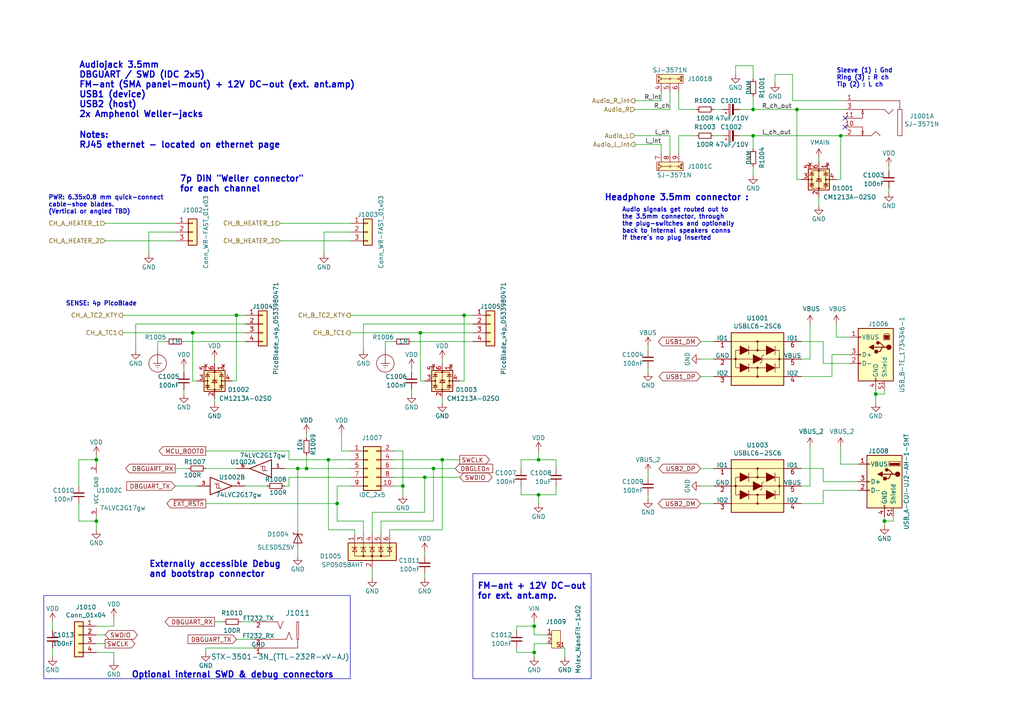
<source format=kicad_sch>
(kicad_sch (version 20230121) (generator eeschema)
  (paper "A4")
  (title_block (title "Backside connectors") (date "2020-08-14") (rev "R0.1") (company "SolderingStationGroup : Jonny Svärd / Mathias Johansson / Magnus Thulesius"))
  (lib_symbols
    (symbol "Connector_Generic:Conn_01x04" (pin_names (offset 1.016) hide)
      (property "Reference" "J" (at 0 5.08 0))
      (property "Value" "Conn_01x04" (at 0 -7.62 0))
      (symbol "Conn_01x04_1_1"
        (pin passive line (at -5.08 2.54 0) (length 3.81) (name "Pin_1") (number "1"))
        (pin passive line (at -5.08 0 0) (length 3.81) (name "Pin_2") (number "2"))
        (pin passive line (at -5.08 -2.54 0) (length 3.81) (name "Pin_3") (number "3"))
        (pin passive line (at -5.08 -5.08 0) (length 3.81) (name "Pin_4") (number "4"))
      )
    )
    (symbol "Connector_Generic:Conn_02x05_Odd_Even" (pin_names (offset 1.016) hide)
      (property "Reference" "J" (at 1.27 7.62 0))
      (property "Value" "Conn_02x05_Odd_Even" (at 1.27 -7.62 0))
      (symbol "Conn_02x05_Odd_Even_1_1"
        (pin passive line (at -5.08 5.08 0) (length 3.81) (name "Pin_1") (number "1"))
        (pin passive line (at 7.62 -5.08 180) (length 3.81) (name "Pin_10") (number "10"))
        (pin passive line (at 7.62 5.08 180) (length 3.81) (name "Pin_2") (number "2"))
        (pin passive line (at -5.08 2.54 0) (length 3.81) (name "Pin_3") (number "3"))
        (pin passive line (at 7.62 2.54 180) (length 3.81) (name "Pin_4") (number "4"))
        (pin passive line (at -5.08 0 0) (length 3.81) (name "Pin_5") (number "5"))
        (pin passive line (at 7.62 0 180) (length 3.81) (name "Pin_6") (number "6"))
        (pin passive line (at -5.08 -2.54 0) (length 3.81) (name "Pin_7") (number "7"))
        (pin passive line (at 7.62 -2.54 180) (length 3.81) (name "Pin_8") (number "8"))
        (pin passive line (at -5.08 -5.08 0) (length 3.81) (name "Pin_9") (number "9"))
      )
    )
    (symbol "Device:CP_Small" (pin_numbers hide) (pin_names (offset 0.254) hide)
      (property "Reference" "C" (at 0.254 1.778 0))
      (property "Value" "Device_CP_Small" (at 0.254 -2.032 0))
      (symbol "CP_Small_1_1"
        (pin passive line (at 0 2.54 270) (length 1.8542) (name "~") (number "1"))
        (pin passive line (at 0 -2.54 90) (length 1.8542) (name "~") (number "2"))
      )
    )
    (symbol "Device:C_Small" (pin_numbers hide) (pin_names (offset 0.254) hide)
      (property "Reference" "C" (at 0.254 1.778 0))
      (property "Value" "C_Small" (at 0.254 -2.032 0))
      (symbol "C_Small_1_1"
        (pin passive line (at 0 2.54 270) (length 2.032) (name "~") (number "1"))
        (pin passive line (at 0 -2.54 90) (length 2.032) (name "~") (number "2"))
      )
    )
    (symbol "Device:R_Small" (pin_numbers hide) (pin_names (offset 0.254) hide)
      (property "Reference" "R" (at 0.762 0.508 0))
      (property "Value" "R_Small" (at 0.762 -1.016 0))
      (symbol "R_Small_1_1"
        (pin passive line (at 0 2.54 270) (length 0.762) (name "~") (number "1"))
        (pin passive line (at 0 -2.54 90) (length 0.762) (name "~") (number "2"))
      )
    )
    (symbol "Power_Protection:SP0505BAHT" (pin_names hide)
      (property "Reference" "D" (at 7.62 2.54 0))
      (property "Value" "SP0505BAHT" (at 7.62 0.635 0))
      (symbol "SP0505BAHT_0_0"
        (pin passive line (at 0 -5.08 90) (length 2.54) (name "A") (number "2"))
      )
      (symbol "SP0505BAHT_1_1"
        (pin passive line (at -5.08 5.08 270) (length 2.54) (name "K") (number "1"))
        (pin passive line (at -2.54 5.08 270) (length 2.54) (name "K") (number "3"))
        (pin passive line (at 0 5.08 270) (length 2.54) (name "K") (number "4"))
        (pin passive line (at 2.54 5.08 270) (length 2.54) (name "K") (number "5"))
        (pin passive line (at 5.08 5.08 270) (length 2.54) (name "K") (number "6"))
      )
    )
    (symbol "customlib_mj:74LVC2G17" (pin_names (offset 1.016))
      (property "Reference" "U" (at -2.54 3.81 0))
      (property "Value" "74LVC2G17" (at 0 -3.81 0))
      (symbol "74LVC2G17_1_1"
        (pin input line (at -7.62 0 0) (length 3.81) (name "~") (number "1"))
        (pin output line (at 6.35 0 180) (length 3.81) (name "~") (number "6"))
      )
      (symbol "74LVC2G17_2_1"
        (pin input line (at -7.62 0 0) (length 3.81) (name "~") (number "3"))
        (pin output line (at 6.35 0 180) (length 3.81) (name "~") (number "4"))
      )
      (symbol "74LVC2G17_3_1"
        (pin power_in line (at 0 -7.62 90) (length 2.54) (name "GND") (number "2"))
        (pin power_in line (at 0 7.62 270) (length 2.54) (name "VCC") (number "5"))
      )
    )
    (symbol "customlib_mj:CM1213A-02SO" (pin_names hide)
      (property "Reference" "D" (at 0.635 4.445 0))
      (property "Value" "CM1213A-02SO" (at 3.175 2.54 0))
      (symbol "CM1213A-02SO_1_1"
        (pin no_connect line (at -4.445 2.54 0) (length 1.27) (name "NC") (number "1"))
        (pin power_in line (at 5.08 0 180) (length 2.54) (name "VN") (number "2"))
        (pin passive line (at 0 -5.08 90) (length 2.54) (name "CH1") (number "3"))
        (pin passive line (at 0 5.08 270) (length 2.54) (name "CH2") (number "4"))
        (pin no_connect line (at -4.445 -2.54 0) (length 1.27) (name "NC") (number "5"))
        (pin power_in line (at -5.08 0 0) (length 2.54) (name "VP") (number "6"))
      )
    )
    (symbol "customlib_mj:Conn_WR-FAST_01x03" (pin_names (offset 1.016) hide)
      (property "Reference" "J" (at 0 5.08 0))
      (property "Value" "Conn_WR-FAST_01x03" (at 0 -5.08 0))
      (symbol "Conn_WR-FAST_01x03_1_1"
        (pin passive line (at -5.08 2.54 0) (length 3.81) (name "Pin_1") (number "1"))
        (pin passive line (at -5.08 0 0) (length 3.81) (name "Pin_2") (number "2"))
        (pin passive line (at -5.08 -2.54 0) (length 3.81) (name "Pin_3") (number "3"))
      )
    )
    (symbol "customlib_mj:Molex_NanoFit-1x02" (pin_names (offset 1.016) hide)
      (property "Reference" "J" (at 0 3.81 0))
      (property "Value" "Molex_NanoFit-1x02" (at 0 -3.81 0))
      (symbol "Molex_NanoFit-1x02_1_1"
        (pin passive line (at -2.54 1.27 0) (length 1.27) (name "1") (number "1"))
        (pin passive line (at -2.54 -1.27 0) (length 1.27) (name "2") (number "2"))
        (pin passive line (at 1.27 -2.54 180) (length 0) (name "~") (number "S1"))
        (pin passive line (at 1.27 -2.54 180) (length 0) hide (name "~") (number "S2"))
      )
    )
    (symbol "customlib_mj:SJ-3571N" (pin_names (offset 0) hide)
      (property "Reference" "J" (at 0 8.89 0))
      (property "Value" "SJ-3571N" (at 0 -5.08 0))
      (symbol "SJ-3571N_1_1"
        (pin no_connect line (at 0 -6.35 180) (length 0) hide (name "guidepins") (number "0"))
        (pin passive line (at 7.62 6.35 180) (length 2.54) (name "sleeve") (number "1"))
        (pin passive line (at 7.62 -1.27 180) (length 2.54) (name "tip_sw") (number "10"))
        (pin passive line (at 7.62 1.27 180) (length 2.54) (name "ring_sw") (number "11"))
        (pin passive line (at 7.62 -3.81 180) (length 2.54) (name "tip") (number "2"))
        (pin passive line (at 7.62 3.81 180) (length 2.54) (name "ring") (number "3"))
      )
      (symbol "SJ-3571N_2_1"
        (text "no pl." (at 0 3.302 0) (effects (font (size 0.508 0.508))))
        (text "plug" (at 0 -3.175 0) (effects (font (size 0.508 0.508))))
        (pin passive line (at 3.81 2.54 180) (length 2.54) (name "nc_a") (number "4"))
        (pin passive line (at 3.81 0 180) (length 2.54) (name "a") (number "5"))
        (pin passive line (at 3.81 -2.54 180) (length 2.54) (name "no_a") (number "6"))
      )
      (symbol "SJ-3571N_3_1"
        (text "no pl." (at 0 3.302 0) (effects (font (size 0.508 0.508))))
        (text "plug" (at 0 -3.175 0) (effects (font (size 0.508 0.508))))
        (pin passive line (at 3.81 2.54 180) (length 2.54) (name "nc_b") (number "7"))
        (pin passive line (at 3.81 0 180) (length 2.54) (name "b") (number "8"))
        (pin passive line (at 3.81 -2.54 180) (length 2.54) (name "no_b") (number "9"))
      )
    )
    (symbol "customlib_mj:SLESD5Z5V" (pin_numbers hide) (pin_names (offset 1.016) hide)
      (property "Reference" "D" (at -1.27 2.54 0))
      (property "Value" "SLESD5Z5V" (at 0 -2.54 0))
      (symbol "SLESD5Z5V_1_1"
        (pin passive line (at -2.54 0 0) (length 1.27) (name "C") (number "1"))
        (pin passive line (at 2.54 0 180) (length 2.54) (name "A") (number "2"))
      )
    )
    (symbol "customlib_mj:STX-3501-3N_(TTL-232R-xV-AJ)" (pin_names (offset 0))
      (property "Reference" "J" (at -1.27 3.81 0))
      (property "Value" "STX-3501-3N_(TTL-232R-xV-AJ)" (at -1.27 -7.62 0))
      (symbol "STX-3501-3N_(TTL-232R-xV-AJ)_0_1"
        (pin power_in line (at 5.08 2.54 180) (length 2.54) (name "GND") (number "1"))
        (pin output line (at 5.08 -5.08 180) (length 2.54) (name "FT232_TX") (number "2"))
        (pin input line (at 5.08 0 180) (length 2.54) (name "FT232_RX") (number "3"))
      )
    )
    (symbol "customlib_mj:USBLC6-2SC6" (pin_names (offset 0))
      (property "Reference" "U" (at -6.35 8.89 0))
      (property "Value" "USBLC6-2SC6" (at 0 -8.89 0))
      (symbol "USBLC6-2SC6_1_1"
        (pin passive line (at -12.7 5.08 0) (length 5.08) (name "IO1") (number "1"))
        (pin power_in line (at -12.7 0 0) (length 5.08) (name "GND") (number "2"))
        (pin passive line (at -12.7 -5.08 0) (length 5.08) (name "IO2") (number "3"))
        (pin passive line (at 12.7 -5.08 180) (length 5.08) (name "IO2") (number "4"))
        (pin passive line (at 12.7 0 180) (length 5.08) (name "VBUS") (number "5"))
        (pin passive line (at 12.7 5.08 180) (length 5.08) (name "IO1") (number "6"))
      )
    )
    (symbol "customlib_mj:USB_A-CUI-UJ2-AH-1-SMT" (pin_names (offset 1.016))
      (property "Reference" "J" (at -5.08 11.43 0))
      (property "Value" "USB_A-CUI-UJ2-AH-1-SMT" (at -5.08 8.89 0))
      (symbol "USB_A-CUI-UJ2-AH-1-SMT_1_1"
        (pin power_in line (at 7.62 5.08 180) (length 2.54) (name "VBUS") (number "1"))
        (pin passive line (at 7.62 -2.54 180) (length 2.54) (name "D-") (number "2"))
        (pin passive line (at 7.62 0 180) (length 2.54) (name "D+") (number "3"))
        (pin power_in line (at 0 -10.16 90) (length 2.54) (name "GND") (number "4"))
        (pin passive line (at -2.54 -10.16 90) (length 2.54) (name "Shield") (number "S1"))
        (pin passive line (at -2.54 -10.16 90) (length 2.54) hide (name "Shield") (number "S2"))
      )
    )
    (symbol "customlib_mj:USB_B-TE_1734346-1" (pin_names (offset 1.016))
      (property "Reference" "J" (at -5.08 11.43 0))
      (property "Value" "USB_B-TE_1734346-1" (at -5.08 8.89 0))
      (symbol "USB_B-TE_1734346-1_1_1"
        (pin no_connect line (at 5.08 -7.62 180) (length 0) hide (name "guidepins") (number "0"))
        (pin power_out line (at 7.62 5.08 180) (length 2.54) (name "VBUS") (number "1"))
        (pin passive line (at 7.62 -2.54 180) (length 2.54) (name "D-") (number "2"))
        (pin passive line (at 7.62 0 180) (length 2.54) (name "D+") (number "3"))
        (pin power_out line (at 0 -10.16 90) (length 2.54) (name "GND") (number "4"))
        (pin passive line (at -2.54 -10.16 90) (length 2.54) (name "Shield") (number "S1"))
        (pin passive line (at -2.54 -10.16 90) (length 2.54) hide (name "Shield") (number "S2"))
      )
    )
    (symbol "customlib_mj:VBUS" (power) (pin_names (offset 0))
      (property "Value" "VBUS" (at 0 3.81 0))
      (symbol "VBUS_1_1"
        (pin power_in line (at 0 0 90) (length 0) hide (name "VBUS") (number "1"))
      )
    )
    (symbol "customlib_mj:VBUS_2" (power) (pin_names (offset 0))
      (property "Value" "VBUS_2" (at 0 3.81 0))
      (symbol "VBUS_2_1_1"
        (pin power_in line (at 0 0 90) (length 0) hide (name "VBUS_2") (number "1"))
      )
    )
    (symbol "customlib_mj:VIN" (power) (pin_names (offset 0))
      (property "Value" "VIN" (at 0 3.81 0))
      (symbol "VIN_1_1"
        (pin power_in line (at 0 0 90) (length 0) hide (name "VIN") (number "1"))
      )
    )
    (symbol "customlib_mj:VMAIN" (power) (pin_names (offset 0))
      (property "Value" "VMAIN" (at 0 3.81 0))
      (symbol "VMAIN_1_1"
        (pin power_in line (at 0 0 90) (length 0) hide (name "VMAIN") (number "1"))
      )
    )
    (symbol "power:Earth_Protective" (power) (pin_names (offset 0))
      (symbol "Earth_Protective_1_1"
        (pin power_in line (at 0 0 270) (length 0) hide (name "Earth_Protective") (number "1"))
      )
    )
    (symbol "power:GND" (power) (pin_names (offset 0))
      (property "Value" "GND" (at 0 -3.81 0))
      (symbol "GND_1_1"
        (pin power_in line (at 0 0 270) (length 0) hide (name "GND") (number "1"))
      )
    )
    (symbol "power:VDD" (power) (pin_names (offset 0))
      (property "Value" "VDD" (at 0 3.81 0))
      (symbol "VDD_1_1"
        (pin power_in line (at 0 0 90) (length 0) hide (name "VDD") (number "1"))
      )
    )
  )
  (junction (at 27.94 151.13))
  (junction (at 218.44 31.75))
  (junction (at 256.54 151.13))
  (junction (at 128.27 133.35))
  (junction (at 125.73 135.89))
  (junction (at 134.62 91.44))
  (junction (at 231.14 31.75))
  (junction (at 55.88 96.52))
  (junction (at 243.84 39.37))
  (junction (at 68.58 91.44))
  (junction (at 154.94 189.23))
  (junction (at 254 114.3))
  (junction (at 116.84 140.97))
  (junction (at 218.44 39.37))
  (junction (at 27.94 133.35))
  (junction (at 123.19 138.43))
  (junction (at 121.92 96.52))
  (junction (at 97.79 146.05))
  (junction (at 154.94 181.61))
  (junction (at 86.36 135.89))
  (junction (at 95.25 133.35))
  (junction (at 156.21 143.51))
  (junction (at 88.9 135.89))
  (junction (at 156.21 133.35))
  (no_connect (at 245.11 34.29))
  (no_connect (at 245.11 36.83))
  (wire (pts (xy 43.18 67.31) (xy 43.18 73.66)))
  (wire (pts (xy 81.28 64.77) (xy 101.6 64.77)))
  (wire (pts (xy 156.21 133.35) (xy 161.29 133.35)))
  (wire (pts (xy 83.82 138.43) (xy 101.6 138.43)))
  (wire (pts (xy 229.87 21.59) (xy 224.79 21.59)))
  (wire (pts (xy 214.63 39.37) (xy 218.44 39.37)))
  (wire (pts (xy 187.96 101.6) (xy 187.96 100.33)))
  (wire (pts (xy 231.14 31.75) (xy 245.11 31.75)))
  (wire (pts (xy 54.61 135.89) (xy 50.8 135.89)))
  (wire (pts (xy 218.44 39.37) (xy 243.84 39.37)))
  (wire (pts (xy 114.3 133.35) (xy 128.27 133.35)))
  (wire (pts (xy 55.88 110.49) (xy 55.88 96.52)))
  (wire (pts (xy 69.85 180.34) (xy 73.66 180.34)))
  (wire (pts (xy 218.44 27.94) (xy 218.44 31.75)))
  (wire (pts (xy 161.29 133.35) (xy 161.29 135.89)))
  (wire (pts (xy 88.9 127) (xy 88.9 125.73)))
  (wire (pts (xy 156.21 143.51) (xy 161.29 143.51)))
  (wire (pts (xy 33.02 191.77) (xy 33.02 189.23)))
  (wire (pts (xy 241.3 102.87) (xy 241.3 109.22)))
  (wire (pts (xy 203.2 135.89) (xy 207.01 135.89)))
  (wire (pts (xy 161.29 143.51) (xy 161.29 140.97)))
  (wire (pts (xy 114.3 140.97) (xy 116.84 140.97)))
  (wire (pts (xy 156.21 130.81) (xy 156.21 133.35)))
  (wire (pts (xy 22.86 140.97) (xy 22.86 133.35)))
  (wire (pts (xy 53.34 107.95) (xy 53.34 106.68)))
  (wire (pts (xy 68.58 135.89) (xy 59.69 135.89)))
  (wire (pts (xy 237.49 46.99) (xy 237.49 45.72)))
  (wire (pts (xy 149.86 182.88) (xy 149.86 181.61)))
  (wire (pts (xy 39.37 101.6) (xy 39.37 93.98)))
  (wire (pts (xy 238.76 142.24) (xy 238.76 146.05)))
  (wire (pts (xy 242.57 93.98) (xy 242.57 97.79)))
  (wire (pts (xy 39.37 93.98) (xy 71.12 93.98)))
  (wire (pts (xy 62.23 105.41) (xy 62.23 104.14)))
  (wire (pts (xy 151.13 135.89) (xy 151.13 133.35)))
  (wire (pts (xy 30.48 64.77) (xy 50.8 64.77)))
  (wire (pts (xy 194.31 39.37) (xy 194.31 44.45)))
  (wire (pts (xy 101.6 96.52) (xy 121.92 96.52)))
  (wire (pts (xy 123.19 161.29) (xy 123.19 160.02)))
  (wire (pts (xy 243.84 39.37) (xy 245.11 39.37)))
  (wire (pts (xy 88.9 135.89) (xy 101.6 135.89)))
  (wire (pts (xy 86.36 135.89) (xy 88.9 135.89)))
  (wire (pts (xy 154.94 181.61) (xy 154.94 180.34)))
  (wire (pts (xy 121.92 110.49) (xy 121.92 96.52)))
  (wire (pts (xy 35.56 96.52) (xy 55.88 96.52)))
  (wire (pts (xy 59.69 187.96) (xy 73.66 187.96)))
  (wire (pts (xy 187.96 107.95) (xy 187.96 106.68)))
  (wire (pts (xy 256.54 114.3) (xy 254 114.3)))
  (wire (pts (xy 50.8 140.97) (xy 57.15 140.97)))
  (wire (pts (xy 81.28 69.85) (xy 101.6 69.85)))
  (wire (pts (xy 191.77 26.67) (xy 191.77 29.21)))
  (wire (pts (xy 119.38 106.68) (xy 119.38 107.95)))
  (wire (pts (xy 27.94 151.13) (xy 22.86 151.13)))
  (wire (pts (xy 238.76 135.89) (xy 232.41 135.89)))
  (wire (pts (xy 62.23 180.34) (xy 64.77 180.34)))
  (wire (pts (xy 203.2 146.05) (xy 207.01 146.05)))
  (wire (pts (xy 102.87 153.67) (xy 102.87 154.94)))
  (wire (pts (xy 232.41 52.07) (xy 231.14 52.07)))
  (wire (pts (xy 238.76 139.7) (xy 248.92 139.7)))
  (wire (pts (xy 15.24 190.5) (xy 15.24 187.96)))
  (wire (pts (xy 57.15 110.49) (xy 55.88 110.49)))
  (wire (pts (xy 125.73 151.13) (xy 110.49 151.13)))
  (wire (pts (xy 83.82 133.35) (xy 95.25 133.35)))
  (wire (pts (xy 218.44 48.26) (xy 218.44 50.8)))
  (wire (pts (xy 191.77 41.91) (xy 184.15 41.91)))
  (wire (pts (xy 97.79 151.13) (xy 105.41 151.13)))
  (wire (pts (xy 107.95 148.59) (xy 107.95 154.94)))
  (wire (pts (xy 35.56 91.44) (xy 68.58 91.44)))
  (wire (pts (xy 73.66 185.42) (xy 68.58 185.42)))
  (wire (pts (xy 114.3 130.81) (xy 116.84 130.81)))
  (wire (pts (xy 128.27 116.84) (xy 128.27 115.57)))
  (polyline (pts (xy 171.45 196.85) (xy 137.16 196.85)))
  (wire (pts (xy 184.15 39.37) (xy 194.31 39.37)))
  (wire (pts (xy 105.41 101.6) (xy 105.41 93.98)))
  (wire (pts (xy 238.76 105.41) (xy 238.76 99.06)))
  (wire (pts (xy 257.81 54.61) (xy 257.81 55.88)))
  (wire (pts (xy 62.23 116.84) (xy 62.23 115.57)))
  (wire (pts (xy 207.01 104.14) (xy 203.2 104.14)))
  (wire (pts (xy 154.94 190.5) (xy 154.94 189.23)))
  (wire (pts (xy 27.94 134.62) (xy 27.94 133.35)))
  (wire (pts (xy 111.76 99.06) (xy 114.3 99.06)))
  (polyline (pts (xy 101.6 196.85) (xy 12.7 196.85)))
  (wire (pts (xy 123.19 148.59) (xy 123.19 138.43)))
  (wire (pts (xy 121.92 96.52) (xy 137.16 96.52)))
  (wire (pts (xy 196.85 39.37) (xy 201.93 39.37)))
  (wire (pts (xy 128.27 153.67) (xy 113.03 153.67)))
  (wire (pts (xy 30.48 69.85) (xy 50.8 69.85)))
  (wire (pts (xy 241.3 102.87) (xy 246.38 102.87)))
  (wire (pts (xy 27.94 151.13) (xy 27.94 149.86)))
  (wire (pts (xy 242.57 97.79) (xy 246.38 97.79)))
  (wire (pts (xy 151.13 143.51) (xy 156.21 143.51)))
  (wire (pts (xy 256.54 149.86) (xy 256.54 151.13)))
  (wire (pts (xy 207.01 31.75) (xy 209.55 31.75)))
  (wire (pts (xy 111.76 101.6) (xy 111.76 99.06)))
  (wire (pts (xy 105.41 151.13) (xy 105.41 154.94)))
  (wire (pts (xy 116.84 140.97) (xy 116.84 143.51)))
  (wire (pts (xy 59.69 189.23) (xy 59.69 187.96)))
  (wire (pts (xy 50.8 67.31) (xy 43.18 67.31)))
  (wire (pts (xy 86.36 161.29) (xy 86.36 158.75)))
  (wire (pts (xy 151.13 140.97) (xy 151.13 143.51)))
  (wire (pts (xy 154.94 184.15) (xy 154.94 181.61)))
  (wire (pts (xy 45.72 99.06) (xy 48.26 99.06)))
  (polyline (pts (xy 171.45 166.37) (xy 171.45 196.85)))
  (wire (pts (xy 95.25 153.67) (xy 95.25 133.35)))
  (wire (pts (xy 67.31 110.49) (xy 68.58 110.49)))
  (wire (pts (xy 93.98 67.31) (xy 93.98 73.66)))
  (wire (pts (xy 116.84 130.81) (xy 116.84 140.97)))
  (wire (pts (xy 149.86 189.23) (xy 154.94 189.23)))
  (wire (pts (xy 158.75 184.15) (xy 154.94 184.15)))
  (wire (pts (xy 196.85 26.67) (xy 196.85 31.75)))
  (wire (pts (xy 256.54 151.13) (xy 256.54 152.4)))
  (wire (pts (xy 207.01 39.37) (xy 209.55 39.37)))
  (wire (pts (xy 149.86 181.61) (xy 154.94 181.61)))
  (wire (pts (xy 33.02 189.23) (xy 27.94 189.23)))
  (wire (pts (xy 68.58 91.44) (xy 71.12 91.44)))
  (wire (pts (xy 128.27 133.35) (xy 128.27 153.67)))
  (polyline (pts (xy 12.7 172.72) (xy 101.6 172.72)))
  (wire (pts (xy 187.96 138.43) (xy 187.96 137.16)))
  (wire (pts (xy 83.82 140.97) (xy 83.82 138.43)))
  (wire (pts (xy 156.21 146.05) (xy 156.21 143.51)))
  (wire (pts (xy 248.92 134.62) (xy 243.84 134.62)))
  (wire (pts (xy 113.03 153.67) (xy 113.03 154.94)))
  (wire (pts (xy 191.77 29.21) (xy 184.15 29.21)))
  (wire (pts (xy 82.55 135.89) (xy 86.36 135.89)))
  (wire (pts (xy 105.41 93.98) (xy 137.16 93.98)))
  (wire (pts (xy 137.16 99.06) (xy 119.38 99.06)))
  (wire (pts (xy 238.76 139.7) (xy 238.76 135.89)))
  (wire (pts (xy 107.95 148.59) (xy 123.19 148.59)))
  (wire (pts (xy 154.94 189.23) (xy 154.94 186.69)))
  (wire (pts (xy 88.9 132.08) (xy 88.9 135.89)))
  (wire (pts (xy 234.95 104.14) (xy 234.95 93.98)))
  (wire (pts (xy 125.73 135.89) (xy 125.73 151.13)))
  (wire (pts (xy 259.08 151.13) (xy 256.54 151.13)))
  (wire (pts (xy 149.86 187.96) (xy 149.86 189.23)))
  (wire (pts (xy 27.94 153.67) (xy 27.94 151.13)))
  (wire (pts (xy 101.6 67.31) (xy 93.98 67.31)))
  (wire (pts (xy 238.76 146.05) (xy 232.41 146.05)))
  (wire (pts (xy 123.19 138.43) (xy 133.35 138.43)))
  (wire (pts (xy 184.15 31.75) (xy 194.31 31.75)))
  (polyline (pts (xy 137.16 196.85) (xy 137.16 166.37)))
  (wire (pts (xy 125.73 135.89) (xy 132.08 135.89)))
  (wire (pts (xy 187.96 144.78) (xy 187.96 143.51)))
  (wire (pts (xy 59.69 146.05) (xy 97.79 146.05)))
  (wire (pts (xy 27.94 181.61) (xy 33.02 181.61)))
  (wire (pts (xy 241.3 109.22) (xy 232.41 109.22)))
  (wire (pts (xy 128.27 105.41) (xy 128.27 104.14)))
  (wire (pts (xy 191.77 44.45) (xy 191.77 41.91)))
  (wire (pts (xy 151.13 133.35) (xy 156.21 133.35)))
  (wire (pts (xy 101.6 140.97) (xy 97.79 140.97)))
  (wire (pts (xy 234.95 140.97) (xy 234.95 129.54)))
  (wire (pts (xy 123.19 167.64) (xy 123.19 166.37)))
  (wire (pts (xy 83.82 130.81) (xy 59.69 130.81)))
  (wire (pts (xy 242.57 52.07) (xy 243.84 52.07)))
  (wire (pts (xy 203.2 99.06) (xy 207.01 99.06)))
  (wire (pts (xy 22.86 151.13) (xy 22.86 146.05)))
  (wire (pts (xy 55.88 96.52) (xy 71.12 96.52)))
  (wire (pts (xy 22.86 133.35) (xy 27.94 133.35)))
  (wire (pts (xy 15.24 182.88) (xy 15.24 180.34)))
  (wire (pts (xy 53.34 114.3) (xy 53.34 113.03)))
  (wire (pts (xy 196.85 44.45) (xy 196.85 39.37)))
  (wire (pts (xy 99.06 130.81) (xy 101.6 130.81)))
  (wire (pts (xy 101.6 91.44) (xy 134.62 91.44)))
  (wire (pts (xy 257.81 48.26) (xy 257.81 49.53)))
  (wire (pts (xy 213.36 19.05) (xy 213.36 21.59)))
  (wire (pts (xy 134.62 110.49) (xy 134.62 91.44)))
  (wire (pts (xy 30.48 184.15) (xy 27.94 184.15)))
  (wire (pts (xy 238.76 99.06) (xy 232.41 99.06)))
  (wire (pts (xy 110.49 151.13) (xy 110.49 154.94)))
  (wire (pts (xy 218.44 43.18) (xy 218.44 39.37)))
  (wire (pts (xy 246.38 105.41) (xy 238.76 105.41)))
  (wire (pts (xy 53.34 99.06) (xy 71.12 99.06)))
  (wire (pts (xy 68.58 110.49) (xy 68.58 91.44)))
  (wire (pts (xy 163.83 190.5) (xy 163.83 187.96)))
  (wire (pts (xy 95.25 133.35) (xy 101.6 133.35)))
  (wire (pts (xy 71.12 140.97) (xy 77.47 140.97)))
  (wire (pts (xy 196.85 31.75) (xy 201.93 31.75)))
  (wire (pts (xy 214.63 31.75) (xy 218.44 31.75)))
  (wire (pts (xy 245.11 29.21) (xy 229.87 29.21)))
  (polyline (pts (xy 12.7 196.85) (xy 12.7 172.72)))
  (wire (pts (xy 218.44 22.86) (xy 218.44 19.05)))
  (wire (pts (xy 232.41 104.14) (xy 234.95 104.14)))
  (wire (pts (xy 83.82 133.35) (xy 83.82 130.81)))
  (wire (pts (xy 218.44 31.75) (xy 231.14 31.75)))
  (wire (pts (xy 243.84 134.62) (xy 243.84 129.54)))
  (wire (pts (xy 194.31 31.75) (xy 194.31 26.67)))
  (wire (pts (xy 27.94 133.35) (xy 27.94 132.08)))
  (wire (pts (xy 95.25 153.67) (xy 102.87 153.67)))
  (wire (pts (xy 238.76 142.24) (xy 248.92 142.24)))
  (wire (pts (xy 256.54 113.03) (xy 256.54 114.3)))
  (wire (pts (xy 254 113.03) (xy 254 114.3)))
  (wire (pts (xy 134.62 91.44) (xy 137.16 91.44)))
  (wire (pts (xy 45.72 101.6) (xy 45.72 99.06)))
  (polyline (pts (xy 137.16 166.37) (xy 171.45 166.37)))
  (wire (pts (xy 99.06 125.73) (xy 99.06 130.81)))
  (wire (pts (xy 82.55 140.97) (xy 83.82 140.97)))
  (wire (pts (xy 97.79 140.97) (xy 97.79 146.05)))
  (wire (pts (xy 203.2 140.97) (xy 207.01 140.97)))
  (wire (pts (xy 154.94 186.69) (xy 158.75 186.69)))
  (wire (pts (xy 224.79 21.59) (xy 224.79 24.13)))
  (wire (pts (xy 97.79 146.05) (xy 97.79 151.13)))
  (wire (pts (xy 231.14 52.07) (xy 231.14 31.75)))
  (wire (pts (xy 33.02 181.61) (xy 33.02 179.07)))
  (wire (pts (xy 232.41 140.97) (xy 234.95 140.97)))
  (wire (pts (xy 133.35 110.49) (xy 134.62 110.49)))
  (polyline (pts (xy 101.6 172.72) (xy 101.6 196.85)))
  (wire (pts (xy 119.38 113.03) (xy 119.38 114.3)))
  (wire (pts (xy 114.3 135.89) (xy 125.73 135.89)))
  (wire (pts (xy 229.87 29.21) (xy 229.87 21.59)))
  (wire (pts (xy 163.83 187.96) (xy 162.56 187.96)))
  (wire (pts (xy 259.08 149.86) (xy 259.08 151.13)))
  (wire (pts (xy 123.19 110.49) (xy 121.92 110.49)))
  (wire (pts (xy 254 114.3) (xy 254 116.84)))
  (wire (pts (xy 128.27 133.35) (xy 133.35 133.35)))
  (wire (pts (xy 218.44 19.05) (xy 213.36 19.05)))
  (wire (pts (xy 243.84 52.07) (xy 243.84 39.37)))
  (wire (pts (xy 27.94 186.69) (xy 30.48 186.69)))
  (wire (pts (xy 203.2 109.22) (xy 207.01 109.22)))
  (wire (pts (xy 107.95 165.1) (xy 107.95 167.64)))
  (wire (pts (xy 86.36 153.67) (xy 86.36 135.89)))
  (wire (pts (xy 114.3 138.43) (xy 123.19 138.43)))
  (wire (pts (xy 237.49 59.69) (xy 237.49 57.15)))
  (text "PWR: 6.35x0.8 mm quick-connect\ncable-shoe blades.\n(Vertical or angled TBD)" (at 13.97 62.23 0) (effects (font (size 1.27 1.27) (thickness 0.254) bold) (justify left bottom)))
  (text "FM-ant + 12V DC-out\nfor ext. ant.amp." (at 138.43 173.99 0) (effects (font (size 1.778 1.778) (thickness 0.3556) bold) (justify left bottom)))
  (text "Sleeve (1) : Gnd\nRing (3) : R ch\nTip (2) : L ch" (at 242.57 25.4 0) (effects (font (size 1.27 1.27) (thickness 0.254) bold) (justify left bottom)))
  (text "SENSE: 4p PicoBlade\n" (at 19.05 88.9 0) (effects (font (size 1.27 1.27) (thickness 0.254) bold) (justify left bottom)))
  (text "Optional internal SWD & debug connectors" (at 38.1 196.85 0) (effects (font (size 1.778 1.778) (thickness 0.3556) bold) (justify left bottom)))
  (text "Headphone 3.5mm connector :" (at 175.26 58.42 0) (effects (font (size 1.778 1.778) (thickness 0.3556) bold) (justify left bottom)))
  (text "Audio signals get routed out to\nthe 3.5mm connector, through\nthe plug-switches and optionally\nback to internal speakers conns\nif there's no plug inserted" (at 180.34 69.85 0) (effects (font (size 1.27 1.27) (thickness 0.254) bold) (justify left bottom)))
  (text "7p DIN \"Weller connector\"\nfor each channel" (at 52.07 55.88 0) (effects (font (size 1.778 1.778) (thickness 0.3556) bold) (justify left bottom)))
  (text "Notes:\nRJ45 ethernet - located on ethernet page\n" (at 22.86 43.18 0) (effects (font (size 1.778 1.778) (thickness 0.3556) bold) (justify left bottom)))
  (text "Audiojack 3.5mm\nDBGUART / SWD (IDC 2x5)\nFM-ant (SMA panel-mount) + 12V DC-out (ext. ant.amp)\nUSB1 (device)\nUSB2 (host)\n2x Amphenol Weller-jacks" (at 22.86 34.29 0) (effects (font (size 1.778 1.778) (thickness 0.3556) bold) (justify left bottom)))
  (text "Externally accessible Debug\nand bootstrap connector" (at 43.18 167.64 0) (effects (font (size 1.778 1.778) (thickness 0.3556) bold) (justify left bottom)))
  (label "R_ch_out" (at 220.98 31.75 0))
  (label "L_ch" (at 194.31 39.37 180))
  (label "R_ch" (at 194.31 31.75 180))
  (label "L_ch_out" (at 220.98 39.37 0))
  (label "L_int" (at 191.77 41.91 180))
  (label "R_int" (at 191.77 29.21 180))
  (global_label "USB2_DM" (shape bidirectional) (at 203.2 146.05 180) (property "Intersheetrefs" "${INTERSHEET_REFS}" (effects hide)))
  (global_label "SWDIO" (shape bidirectional) (at 133.35 138.43 0) (property "Intersheetrefs" "${INTERSHEET_REFS}" (effects hide)))
  (global_label "DBGUART_TX" (shape input) (at 68.58 185.42 180) (property "Intersheetrefs" "${INTERSHEET_REFS}" (effects hide)))
  (global_label "DBGLEDn" (shape input) (at 132.08 135.89 0) (property "Intersheetrefs" "${INTERSHEET_REFS}" (effects hide)))
  (global_label "SWDIO" (shape bidirectional) (at 30.48 184.15 0) (property "Intersheetrefs" "${INTERSHEET_REFS}" (effects hide)))
  (global_label "SWCLK" (shape output) (at 133.35 133.35 0) (property "Intersheetrefs" "${INTERSHEET_REFS}" (effects hide)))
  (global_label "~{EXT_RSTn}" (shape output) (at 59.69 146.05 180) (property "Intersheetrefs" "${INTERSHEET_REFS}" (effects hide)))
  (global_label "DBGUART_TX" (shape input) (at 50.8 140.97 180) (property "Intersheetrefs" "${INTERSHEET_REFS}" (effects hide)))
  (global_label "USB1_DM" (shape bidirectional) (at 203.2 99.06 180) (property "Intersheetrefs" "${INTERSHEET_REFS}" (effects hide)))
  (global_label "USB1_DP" (shape bidirectional) (at 203.2 109.22 180) (property "Intersheetrefs" "${INTERSHEET_REFS}" (effects hide)))
  (global_label "SWCLK" (shape output) (at 30.48 186.69 0) (property "Intersheetrefs" "${INTERSHEET_REFS}" (effects hide)))
  (global_label "MCU_BOOT0" (shape output) (at 59.69 130.81 180) (property "Intersheetrefs" "${INTERSHEET_REFS}" (effects hide)))
  (global_label "USB2_DP" (shape bidirectional) (at 203.2 135.89 180) (property "Intersheetrefs" "${INTERSHEET_REFS}" (effects hide)))
  (global_label "DBGUART_RX" (shape output) (at 62.23 180.34 180) (property "Intersheetrefs" "${INTERSHEET_REFS}" (effects hide)))
  (global_label "DBGUART_RX" (shape output) (at 50.8 135.89 180) (property "Intersheetrefs" "${INTERSHEET_REFS}" (effects hide)))
  (hierarchical_label "Audio_L" (shape input) (at 184.15 39.37 180))
  (hierarchical_label "CH_B_HEATER_1" (shape input) (at 81.28 64.77 180))
  (hierarchical_label "CH_A_HEATER_1" (shape input) (at 30.48 64.77 180))
  (hierarchical_label "CH_A_TC2_KTY" (shape output) (at 35.56 91.44 180))
  (hierarchical_label "CH_A_HEATER_2" (shape input) (at 30.48 69.85 180))
  (hierarchical_label "Audio_L_int" (shape output) (at 184.15 41.91 180))
  (hierarchical_label "CH_B_TC1" (shape output) (at 101.6 96.52 180))
  (hierarchical_label "Audio_R" (shape input) (at 184.15 31.75 180))
  (hierarchical_label "Audio_R_int" (shape output) (at 184.15 29.21 180))
  (hierarchical_label "CH_B_HEATER_2" (shape input) (at 81.28 69.85 180))
  (hierarchical_label "CH_A_TC1" (shape output) (at 35.56 96.52 180))
  (hierarchical_label "CH_B_TC2_KTY" (shape output) (at 101.6 91.44 180))
  (symbol (lib_id "customlib_mj:USBLC6-2SC6") (at 219.71 140.97 0) (unit 1)
    (property "Reference" "U1003" (at 219.71 129.1082 0))
    (property "Value" "USBLC6-2SC6" (at 219.71 131.4196 0))
    (property "Footprint" "Package_TO_SOT_SMD:TSOT-23-6" (effects hide))
    (property "JLC_part" "Extended" (effects hide))
    (property "LCSC" "C7519" (effects hide))
  )
  (symbol (lib_id "customlib_mj:USBLC6-2SC6") (at 219.71 104.14 0) (unit 1)
    (property "Reference" "U1001" (at 219.71 92.2782 0))
    (property "Value" "USBLC6-2SC6" (at 219.71 94.5896 0))
    (property "Footprint" "Package_TO_SOT_SMD:TSOT-23-6" (effects hide))
    (property "JLC_part" "Extended" (effects hide))
    (property "LCSC" "C7519" (effects hide))
  )
  (symbol (lib_id "customlib_mj:USB_B-TE_1734346-1") (at 254 102.87 0) (mirror y) (unit 1)
    (property "Reference" "J1006" (at 257.81 93.98 0) (effects (justify left)))
    (property "Value" "USB_B-TE_1734346-1" (at 261.62 102.87 90))
    (property "Footprint" "customlib_mj_fp:TE_1734346" (effects hide))
    (property "Datasheet" "https://www.te.com/usa-en/product-1734346-1.html" (effects hide))
  )
  (symbol (lib_id "power:GND") (at 254 116.84 0) (unit 1)
    (property "Reference" "#PWR01027" (effects hide))
    (property "Value" "GND" (at 254 120.65 0))
  )
  (symbol (lib_id "power:GND") (at 256.54 152.4 0) (unit 1)
    (property "Reference" "#PWR01038" (effects hide))
    (property "Value" "GND" (at 256.54 156.21 0))
  )
  (symbol (lib_id "customlib_mj:VBUS_2") (at 243.84 129.54 0) (unit 1)
    (property "Reference" "#PWR01030" (effects hide))
    (property "Value" "VBUS_2" (at 244.221 125.1458 0))
  )
  (symbol (lib_id "customlib_mj:VBUS") (at 242.57 93.98 0) (unit 1)
    (property "Reference" "#PWR01011" (effects hide))
    (property "Value" "VBUS" (at 242.951 89.5858 0))
  )
  (symbol (lib_id "customlib_mj:USB_A-CUI-UJ2-AH-1-SMT") (at 256.54 139.7 0) (mirror y) (unit 1)
    (property "Reference" "J1008" (at 257.81 130.81 0) (effects (justify left)))
    (property "Value" "USB_A-CUI-UJ2-AH-1-SMT" (at 262.89 153.67 90) (effects (justify left)))
    (property "Footprint" "customlib_mj_fp:CUI-UJ2_AH_1_SMT" (effects hide))
    (property "Datasheet" "https://www.cuidevices.com/product/interconnect/connectors/usb-connectors/uj2-ah-smt-series/uj2-ah-1-smt" (effects hide))
  )
  (symbol (lib_id "customlib_mj:Molex_NanoFit-1x02") (at 161.29 185.42 0) (unit 1)
    (property "Reference" "J1009" (at 161.29 180.34 0))
    (property "Value" "Molex_NanoFit-1x02" (at 167.64 185.42 90))
    (property "Footprint" "customlib_mj_fp:Molex_NanoFit_105430-1102_1x02_P2.50mm_Horizontal" (effects hide))
    (property "Datasheet" "https://www.molex.com/molex/products/part-detail/pcb_headers/1054301102" (effects hide))
  )
  (symbol (lib_id "power:GND") (at 154.94 190.5 0) (unit 1)
    (property "Reference" "#PWR01045" (effects hide))
    (property "Value" "GND" (at 154.94 194.31 0))
  )
  (symbol (lib_id "customlib_mj:VIN") (at 154.94 180.34 0) (unit 1)
    (property "Reference" "#PWR01044" (effects hide))
    (property "Value" "VIN" (at 154.94 176.53 0))
  )
  (symbol (lib_id "Device:C_Small") (at 149.86 185.42 180) (unit 1)
    (property "Reference" "C1012" (at 148.59 184.15 0) (effects (justify left)))
    (property "Value" "100nF" (at 148.59 186.69 0) (effects (justify left)))
    (property "Footprint" "Capacitor_SMD:C_0402_1005Metric" (effects hide))
    (property "JLC_part" "Basic" (effects hide))
    (property "LCSC" "C1525" (effects hide))
  )
  (symbol (lib_id "power:GND") (at 163.83 190.5 0) (unit 1)
    (property "Reference" "#PWR01046" (effects hide))
    (property "Value" "GND" (at 163.83 194.31 0))
  )
  (symbol (lib_id "power:GND") (at 203.2 140.97 270) (unit 1)
    (property "Reference" "#PWR01034" (effects hide))
    (property "Value" "GND" (at 199.39 140.97 0))
  )
  (symbol (lib_id "customlib_mj:VBUS_2") (at 234.95 129.54 0) (unit 1)
    (property "Reference" "#PWR01029" (effects hide))
    (property "Value" "VBUS_2" (at 235.331 125.1458 0))
  )
  (symbol (lib_id "customlib_mj:VBUS") (at 234.95 93.98 0) (unit 1)
    (property "Reference" "#PWR01010" (effects hide))
    (property "Value" "VBUS" (at 235.331 89.5858 0))
  )
  (symbol (lib_id "power:GND") (at 203.2 104.14 270) (unit 1)
    (property "Reference" "#PWR01019" (effects hide))
    (property "Value" "GND" (at 199.39 104.14 0))
  )
  (symbol (lib_id "power:VDD") (at 27.94 132.08 0) (unit 1)
    (property "Reference" "#PWR01032" (effects hide))
    (property "Value" "VDD" (at 27.94 128.27 0))
  )
  (symbol (lib_id "power:GND") (at 27.94 153.67 0) (unit 1)
    (property "Reference" "#PWR01039" (effects hide))
    (property "Value" "GND" (at 27.94 157.48 0))
  )
  (symbol (lib_id "Device:C_Small") (at 22.86 143.51 180) (unit 1)
    (property "Reference" "C1010" (at 21.59 142.24 0) (effects (justify left)))
    (property "Value" "100nF" (at 21.59 144.78 0) (effects (justify left)))
    (property "Footprint" "Capacitor_SMD:C_0402_1005Metric" (effects hide))
    (property "JLC_part" "Basic" (effects hide))
    (property "LCSC" "C1525" (effects hide))
  )
  (symbol (lib_id "Power_Protection:SP0505BAHT") (at 107.95 160.02 0) (unit 1)
    (property "Reference" "D1005" (at 99.06 161.29 0) (effects (justify right)))
    (property "Value" "SP0505BAHT" (at 105.41 163.83 0) (effects (justify right)))
    (property "Footprint" "Package_TO_SOT_SMD:TSOT-23-6" (effects hide))
    (property "Datasheet" "http://www.littelfuse.com/~/media/files/littelfuse/technical%20resources/documents/data%20sheets/sp05xxba.pdf" (effects hide))
  )
  (symbol (lib_id "power:GND") (at 107.95 167.64 0) (unit 1)
    (property "Reference" "#PWR01042" (effects hide))
    (property "Value" "GND" (at 107.95 171.45 0))
  )
  (symbol (lib_id "Connector_Generic:Conn_02x05_Odd_Even") (at 106.68 135.89 0) (unit 1)
    (property "Reference" "J1007" (at 107.95 127 0))
    (property "Value" "IDC_2x5" (at 107.95 143.51 0))
    (property "Footprint" "Connector_IDC:IDC-Header_2x05_P2.54mm_Horizontal" (effects hide))
  )
  (symbol (lib_id "power:GND") (at 116.84 143.51 0) (unit 1)
    (property "Reference" "#PWR01035" (effects hide))
    (property "Value" "GND" (at 116.84 147.32 0))
  )
  (symbol (lib_id "Device:R_Small") (at 204.47 31.75 270) (unit 1)
    (property "Reference" "R1002" (at 204.47 29.21 90))
    (property "Value" "100R" (at 204.47 34.29 90))
    (property "Footprint" "Resistor_SMD:R_0402_1005Metric" (effects hide))
    (property "JLC_part" "Basic" (effects hide))
    (property "LCSC" "C25076" (effects hide))
  )
  (symbol (lib_id "Device:CP_Small") (at 212.09 31.75 90) (unit 1)
    (property "Reference" "C1001" (at 212.09 29.21 90))
    (property "Value" "47uF/10V" (at 217.17 34.29 90) (effects (justify left)))
    (property "Footprint" "Capacitor_SMD:CP_Elec_6.3x5.8" (effects hide))
  )
  (symbol (lib_id "Device:R_Small") (at 204.47 39.37 270) (unit 1)
    (property "Reference" "R1003" (at 204.47 36.83 90))
    (property "Value" "100R" (at 204.47 41.91 90))
    (property "Footprint" "Resistor_SMD:R_0402_1005Metric" (effects hide))
    (property "JLC_part" "Basic" (effects hide))
    (property "LCSC" "C25076" (effects hide))
  )
  (symbol (lib_id "Device:CP_Small") (at 212.09 39.37 90) (unit 1)
    (property "Reference" "C1002" (at 212.09 36.83 90))
    (property "Value" "47uF/10V" (at 217.17 41.91 90) (effects (justify left)))
    (property "Footprint" "Capacitor_SMD:CP_Elec_6.3x5.8" (effects hide))
  )
  (symbol (lib_id "customlib_mj:SJ-3571N") (at 252.73 35.56 0) (mirror y) (unit 1)
    (property "Reference" "J1001" (at 267.3604 33.6804 0))
    (property "Value" "SJ-3571N" (at 267.3604 35.9918 0))
    (property "Footprint" "customlib_mj_fp:SJ-3571N" (effects hide))
    (property "Datasheet" "https://www.cuidevices.com/product/interconnect/connectors/audio-connectors/jacks/sj-357xn-series/sj-3571n" (effects hide))
  )
  (symbol (lib_id "power:GND") (at 224.79 24.13 0) (unit 1)
    (property "Reference" "#PWR01002" (effects hide))
    (property "Value" "GND" (at 224.79 27.94 0))
  )
  (symbol (lib_id "customlib_mj:SJ-3571N") (at 194.31 22.86 90) (mirror x) (unit 2)
    (property "Reference" "J1001" (at 199.39 22.86 90) (effects (justify right)))
    (property "Value" "SJ-3571N" (at 194.31 20.32 90))
    (property "Footprint" "customlib_mj_fp:SJ-3571N" (effects hide))
    (property "Datasheet" "https://www.cuidevices.com/product/interconnect/connectors/audio-connectors/jacks/sj-357xn-series/sj-3571n" (effects hide))
  )
  (symbol (lib_id "customlib_mj:SJ-3571N") (at 194.31 48.26 90) (unit 3)
    (property "Reference" "J1001" (at 199.39 48.26 90) (effects (justify right)))
    (property "Value" "SJ-3571N" (at 195.58 50.8 90))
    (property "Footprint" "customlib_mj_fp:SJ-3571N" (effects hide))
    (property "Datasheet" "https://www.cuidevices.com/product/interconnect/connectors/audio-connectors/jacks/sj-357xn-series/sj-3571n" (effects hide))
  )
  (symbol (lib_id "power:VDD") (at 99.06 125.73 0) (unit 1)
    (property "Reference" "#PWR01028" (effects hide))
    (property "Value" "VDD" (at 99.06 121.92 0))
  )
  (symbol (lib_id "power:GND") (at 43.18 73.66 0) (unit 1)
    (property "Reference" "#PWR01008" (effects hide))
    (property "Value" "GND" (at 43.18 77.47 0))
  )
  (symbol (lib_id "Device:R_Small") (at 57.15 135.89 90) (mirror x) (unit 1)
    (property "Reference" "R1007" (at 59.69 133.985 90) (effects (justify left)))
    (property "Value" "100R" (at 58.42 137.795 90) (effects (justify left)))
    (property "Footprint" "Resistor_SMD:R_0402_1005Metric" (effects hide))
    (property "JLC_part" "Basic" (effects hide))
    (property "LCSC" "C25076" (effects hide))
  )
  (symbol (lib_id "power:GND") (at 93.98 73.66 0) (unit 1)
    (property "Reference" "#PWR01009" (effects hide))
    (property "Value" "GND" (at 93.98 77.47 0))
  )
  (symbol (lib_id "customlib_mj:74LVC2G17") (at 74.93 135.89 180) (unit 1)
    (property "Reference" "U1002" (at 70.485 133.985 0))
    (property "Value" "74LVC2G17gw" (at 76.2 132.08 0))
    (property "Footprint" "Package_TO_SOT_SMD:SOT-363_SC-70-6_Handsoldering" (effects hide))
    (property "Datasheet" "http://www.ti.com/lit/sg/scyt129e/scyt129e.pdf" (effects hide))
    (property "JLC_part" "Extended" (effects hide))
    (property "LCSC" "C50714" (effects hide))
  )
  (symbol (lib_id "customlib_mj:74LVC2G17") (at 27.94 142.24 0) (mirror x) (unit 3)
    (property "Reference" "U1002" (at 31.75 142.24 0))
    (property "Value" "74LVC2G17gw" (at 35.56 147.32 0))
    (property "Footprint" "Package_TO_SOT_SMD:SOT-363_SC-70-6_Handsoldering" (effects hide))
    (property "Datasheet" "http://www.ti.com/lit/sg/scyt129e/scyt129e.pdf" (effects hide))
    (property "JLC_part" "Extended" (effects hide))
    (property "LCSC" "C50714" (effects hide))
  )
  (symbol (lib_id "customlib_mj:74LVC2G17") (at 64.77 140.97 0) (unit 2)
    (property "Reference" "U1002" (at 67.31 138.43 0))
    (property "Value" "74LVC2G17gw" (at 69.215 143.51 0))
    (property "Footprint" "Package_TO_SOT_SMD:SOT-363_SC-70-6_Handsoldering" (effects hide))
    (property "Datasheet" "http://www.ti.com/lit/sg/scyt129e/scyt129e.pdf" (effects hide))
    (property "JLC_part" "Extended" (effects hide))
    (property "LCSC" "C50714" (effects hide))
  )
  (symbol (lib_id "Device:R_Small") (at 80.01 140.97 270) (mirror x) (unit 1)
    (property "Reference" "R1008" (at 76.835 139.065 90) (effects (justify left)))
    (property "Value" "100R" (at 78.105 142.875 90) (effects (justify left)))
    (property "Footprint" "Resistor_SMD:R_0402_1005Metric" (effects hide))
    (property "JLC_part" "Basic" (effects hide))
    (property "LCSC" "C25076" (effects hide))
  )
  (symbol (lib_id "power:Earth_Protective") (at 111.76 101.6 0) (unit 1)
    (property "Reference" "#PWR01016" (effects hide))
    (property "Value" "Earth_Protective" (effects hide))
  )
  (symbol (lib_id "power:Earth_Protective") (at 45.72 101.6 0) (unit 1)
    (property "Reference" "#PWR01014" (effects hide))
    (property "Value" "Earth_Protective" (effects hide))
  )
  (symbol (lib_id "Device:R_Small") (at 116.84 99.06 270) (mirror x) (unit 1)
    (property "Reference" "R1006" (at 114.3 97.79 90) (effects (justify right)))
    (property "Value" "1M" (at 115.57 99.06 90) (effects (justify left)))
    (property "Footprint" "Resistor_SMD:R_0402_1005Metric" (effects hide))
    (property "JLC_part" "Basic" (effects hide))
    (property "LCSC" "C26083" (effects hide))
  )
  (symbol (lib_id "Device:R_Small") (at 50.8 99.06 270) (mirror x) (unit 1)
    (property "Reference" "R1005" (at 48.26 97.79 90) (effects (justify right)))
    (property "Value" "1M" (at 49.53 99.06 90) (effects (justify left)))
    (property "Footprint" "Resistor_SMD:R_0402_1005Metric" (effects hide))
    (property "JLC_part" "Basic" (effects hide))
    (property "LCSC" "C26083" (effects hide))
  )
  (symbol (lib_id "customlib_mj:SLESD5Z5V") (at 86.36 156.21 270) (unit 1)
    (property "Reference" "D1004" (at 83.82 154.94 90) (effects (justify right)))
    (property "Value" "SLESD5Z5V" (at 80.01 158.75 90))
    (property "Footprint" "customlib_mj_fp:D_SOD-523" (effects hide))
    (property "Datasheet" "https://lcsc.com/product-detail/TVS_SLKORMICRO-Elec-SLESD5Z5V_C268188.html" (effects hide))
  )
  (symbol (lib_id "power:GND") (at 86.36 161.29 0) (unit 1)
    (property "Reference" "#PWR01041" (effects hide))
    (property "Value" "GND" (at 86.36 165.1 0))
  )
  (symbol (lib_id "Device:C_Small") (at 151.13 138.43 180) (unit 1)
    (property "Reference" "C1007" (at 149.86 137.16 0) (effects (justify left)))
    (property "Value" "100nF" (at 149.86 139.7 0) (effects (justify left)))
    (property "Footprint" "Capacitor_SMD:C_0402_1005Metric" (effects hide))
    (property "JLC_part" "Basic" (effects hide))
    (property "LCSC" "C1525" (effects hide))
  )
  (symbol (lib_id "Device:C_Small") (at 161.29 138.43 180) (unit 1)
    (property "Reference" "C1008" (at 160.02 137.16 0) (effects (justify left)))
    (property "Value" "10uF" (at 160.02 139.7 0) (effects (justify left)))
    (property "Footprint" "Capacitor_SMD:C_0402_1005Metric" (effects hide))
    (property "JLC_part" "Basic" (effects hide))
    (property "LCSC" "C15525" (effects hide))
  )
  (symbol (lib_id "power:VDD") (at 156.21 130.81 0) (unit 1)
    (property "Reference" "#PWR01031" (effects hide))
    (property "Value" "VDD" (at 156.21 127 0))
  )
  (symbol (lib_id "power:GND") (at 156.21 146.05 0) (unit 1)
    (property "Reference" "#PWR01037" (effects hide))
    (property "Value" "GND" (at 156.21 149.86 0))
  )
  (symbol (lib_id "Device:C_Small") (at 123.19 163.83 180) (unit 1)
    (property "Reference" "C1011" (at 121.92 162.56 0) (effects (justify left)))
    (property "Value" "100nF" (at 121.92 165.1 0) (effects (justify left)))
    (property "Footprint" "Capacitor_SMD:C_0402_1005Metric" (effects hide))
    (property "JLC_part" "Basic" (effects hide))
    (property "LCSC" "C1525" (effects hide))
  )
  (symbol (lib_id "power:VDD") (at 123.19 160.02 0) (unit 1)
    (property "Reference" "#PWR01040" (effects hide))
    (property "Value" "VDD" (at 123.19 156.21 0))
  )
  (symbol (lib_id "power:GND") (at 123.19 167.64 0) (unit 1)
    (property "Reference" "#PWR01043" (effects hide))
    (property "Value" "GND" (at 123.19 171.45 0))
  )
  (symbol (lib_id "Device:C_Small") (at 187.96 140.97 180) (unit 1)
    (property "Reference" "C1009" (at 186.69 139.7 0) (effects (justify left)))
    (property "Value" "100nF" (at 186.69 142.24 0) (effects (justify left)))
    (property "Footprint" "Capacitor_SMD:C_0402_1005Metric" (effects hide))
    (property "JLC_part" "Basic" (effects hide))
    (property "LCSC" "C1525" (effects hide))
  )
  (symbol (lib_id "power:GND") (at 187.96 144.78 0) (unit 1)
    (property "Reference" "#PWR01036" (effects hide))
    (property "Value" "GND" (at 187.96 148.59 0))
  )
  (symbol (lib_id "Device:C_Small") (at 187.96 104.14 180) (unit 1)
    (property "Reference" "C1004" (at 186.69 102.87 0) (effects (justify left)))
    (property "Value" "100nF" (at 186.69 105.41 0) (effects (justify left)))
    (property "Footprint" "Capacitor_SMD:C_0402_1005Metric" (effects hide))
    (property "JLC_part" "Basic" (effects hide))
    (property "LCSC" "C1525" (effects hide))
  )
  (symbol (lib_id "power:GND") (at 187.96 107.95 0) (unit 1)
    (property "Reference" "#PWR01022" (effects hide))
    (property "Value" "GND" (at 187.96 111.76 0))
  )
  (symbol (lib_id "customlib_mj:Conn_WR-FAST_01x03") (at 55.88 67.31 0) (unit 1)
    (property "Reference" "J1002" (at 55.88 60.96 0))
    (property "Value" "Conn_WR-FAST_01x03" (at 59.69 67.31 90))
    (property "Footprint" "customlib_mj_fp:WR-FAST_508_3_V" (effects hide))
    (property "Datasheet" "https://www.we-online.com/catalog/en/em/connectors/wire-to-board/wr-fast" (effects hide))
  )
  (symbol (lib_id "customlib_mj:Conn_WR-FAST_01x03") (at 106.68 67.31 0) (unit 1)
    (property "Reference" "J1003" (at 106.68 62.23 0))
    (property "Value" "Conn_WR-FAST_01x03" (at 110.49 67.31 90))
    (property "Footprint" "customlib_mj_fp:WR-FAST_508_3_V" (effects hide))
    (property "Datasheet" "https://www.we-online.com/catalog/en/em/connectors/wire-to-board/wr-fast" (effects hide))
  )
  (symbol (lib_id "customlib_mj:VBUS") (at 187.96 100.33 0) (unit 1)
    (property "Reference" "#PWR01012" (effects hide))
    (property "Value" "VBUS" (at 187.96 96.52 0))
  )
  (symbol (lib_id "customlib_mj:VBUS_2") (at 187.96 137.16 0) (unit 1)
    (property "Reference" "#PWR01033" (effects hide))
    (property "Value" "VBUS_2" (at 187.96 133.35 0))
  )
  (symbol (lib_id "power:GND") (at 39.37 101.6 0) (unit 1)
    (property "Reference" "#PWR01013" (effects hide))
    (property "Value" "GND" (at 39.37 105.41 0))
  )
  (symbol (lib_id "power:GND") (at 105.41 101.6 0) (unit 1)
    (property "Reference" "#PWR01015" (effects hide))
    (property "Value" "GND" (at 105.41 105.41 0))
  )
  (symbol (lib_id "Connector_Generic:Conn_01x04") (at 142.24 93.98 0) (unit 1)
    (property "Reference" "J1005" (at 142.24 88.9 0))
    (property "Value" "PicoBlade_v4p_0533980471" (at 146.05 95.25 90))
    (property "Footprint" "Connector_Molex:Molex_PicoBlade_53398-0471_1x04-1MP_P1.25mm_Vertical" (effects hide))
    (property "Datasheet" "https://www.molex.com/molex/products/part-detail/pcb_headers/0533980471" (effects hide))
  )
  (symbol (lib_id "Connector_Generic:Conn_01x04") (at 76.2 93.98 0) (unit 1)
    (property "Reference" "J1004" (at 76.2 88.9 0))
    (property "Value" "PicoBlade_v4p_0533980471" (at 80.01 95.25 90))
    (property "Footprint" "Connector_Molex:Molex_PicoBlade_53398-0471_1x04-1MP_P1.25mm_Vertical" (effects hide))
    (property "Datasheet" "https://www.molex.com/molex/products/part-detail/pcb_headers/0533980471" (effects hide))
  )
  (symbol (lib_id "customlib_mj:CM1213A-02SO") (at 62.23 110.49 270) (unit 1)
    (property "Reference" "D1002" (at 66.04 113.03 90) (effects (justify left)))
    (property "Value" "CM1213A-02SO" (at 63.5 115.57 90) (effects (justify left)))
    (property "Footprint" "customlib_mj_fp:SC-74-6" (effects hide))
    (property "Datasheet" "https://www.mouser.se/datasheet/2/308/CM1213A_D-1803202.pdf" (effects hide))
  )
  (symbol (lib_id "power:VDD") (at 62.23 104.14 0) (unit 1)
    (property "Reference" "#PWR01017" (effects hide))
    (property "Value" "VDD" (at 62.23 100.33 0))
  )
  (symbol (lib_id "power:GND") (at 62.23 116.84 0) (unit 1)
    (property "Reference" "#PWR01025" (effects hide))
    (property "Value" "GND" (at 62.23 120.65 0))
  )
  (symbol (lib_id "customlib_mj:CM1213A-02SO") (at 128.27 110.49 270) (unit 1)
    (property "Reference" "D1003" (at 132.08 113.03 90) (effects (justify left)))
    (property "Value" "CM1213A-02SO" (at 129.54 115.57 90) (effects (justify left)))
    (property "Footprint" "customlib_mj_fp:SC-74-6" (effects hide))
    (property "Datasheet" "https://www.mouser.se/datasheet/2/308/CM1213A_D-1803202.pdf" (effects hide))
  )
  (symbol (lib_id "power:VDD") (at 128.27 104.14 0) (unit 1)
    (property "Reference" "#PWR01018" (effects hide))
    (property "Value" "VDD" (at 128.27 100.33 0))
  )
  (symbol (lib_id "power:GND") (at 128.27 116.84 0) (unit 1)
    (property "Reference" "#PWR01026" (effects hide))
    (property "Value" "GND" (at 128.27 120.65 0))
  )
  (symbol (lib_id "Device:C_Small") (at 53.34 110.49 180) (unit 1)
    (property "Reference" "C1005" (at 52.07 109.22 0) (effects (justify left)))
    (property "Value" "100nF" (at 52.07 111.76 0) (effects (justify left)))
    (property "Footprint" "Capacitor_SMD:C_0402_1005Metric" (effects hide))
    (property "JLC_part" "Basic" (effects hide))
    (property "LCSC" "C1525" (effects hide))
  )
  (symbol (lib_id "Device:C_Small") (at 119.38 110.49 180) (unit 1)
    (property "Reference" "C1006" (at 118.11 109.22 0) (effects (justify left)))
    (property "Value" "100nF" (at 118.11 111.76 0) (effects (justify left)))
    (property "Footprint" "Capacitor_SMD:C_0402_1005Metric" (effects hide))
    (property "JLC_part" "Basic" (effects hide))
    (property "LCSC" "C1525" (effects hide))
  )
  (symbol (lib_id "power:VDD") (at 53.34 106.68 0) (unit 1)
    (property "Reference" "#PWR01020" (effects hide))
    (property "Value" "VDD" (at 53.34 102.87 0))
  )
  (symbol (lib_id "power:GND") (at 53.34 114.3 0) (unit 1)
    (property "Reference" "#PWR01023" (effects hide))
    (property "Value" "GND" (at 53.34 118.11 0))
  )
  (symbol (lib_id "power:VDD") (at 119.38 106.68 0) (unit 1)
    (property "Reference" "#PWR01021" (effects hide))
    (property "Value" "VDD" (at 119.38 102.87 0))
  )
  (symbol (lib_id "power:GND") (at 119.38 114.3 0) (unit 1)
    (property "Reference" "#PWR01024" (effects hide))
    (property "Value" "GND" (at 119.38 118.11 0))
  )
  (symbol (lib_id "customlib_mj:CM1213A-02SO") (at 237.49 52.07 270) (unit 1)
    (property "Reference" "D1001" (at 241.3 54.61 90) (effects (justify left)))
    (property "Value" "CM1213A-02SO" (at 238.76 57.15 90) (effects (justify left)))
    (property "Footprint" "customlib_mj_fp:SC-74-6" (effects hide))
    (property "Datasheet" "https://www.mouser.se/datasheet/2/308/CM1213A_D-1803202.pdf" (effects hide))
  )
  (symbol (lib_id "Device:C_Small") (at 257.81 52.07 180) (unit 1)
    (property "Reference" "C1003" (at 256.54 50.8 0) (effects (justify left)))
    (property "Value" "100nF" (at 256.54 53.34 0) (effects (justify left)))
    (property "Footprint" "Capacitor_SMD:C_0402_1005Metric" (effects hide))
    (property "JLC_part" "Basic" (effects hide))
    (property "LCSC" "C1525" (effects hide))
  )
  (symbol (lib_id "power:VDD") (at 257.81 48.26 0) (unit 1)
    (property "Reference" "#PWR01004" (effects hide))
    (property "Value" "VDD" (at 257.81 44.45 0))
  )
  (symbol (lib_id "power:GND") (at 257.81 55.88 0) (unit 1)
    (property "Reference" "#PWR01006" (effects hide))
    (property "Value" "GND" (at 257.81 59.69 0))
  )
  (symbol (lib_id "power:GND") (at 237.49 59.69 0) (unit 1)
    (property "Reference" "#PWR01007" (effects hide))
    (property "Value" "GND" (at 237.49 63.5 0))
  )
  (symbol (lib_id "customlib_mj:VMAIN") (at 237.49 45.72 0) (unit 1)
    (property "Reference" "#PWR01003" (effects hide))
    (property "Value" "VMAIN" (at 237.871 41.3258 0))
  )
  (symbol (lib_id "Device:R_Small") (at 218.44 45.72 0) (mirror y) (unit 1)
    (property "Reference" "R1004" (at 220.98 45.72 90))
    (property "Value" "DNM" (at 217.17 45.72 90))
    (property "Footprint" "Resistor_SMD:R_0402_1005Metric" (effects hide))
  )
  (symbol (lib_id "Device:R_Small") (at 218.44 25.4 0) (mirror y) (unit 1)
    (property "Reference" "R1001" (at 220.98 25.4 90))
    (property "Value" "DNM" (at 217.17 25.4 90))
    (property "Footprint" "Resistor_SMD:R_0402_1005Metric" (effects hide))
  )
  (symbol (lib_id "power:GND") (at 218.44 50.8 0) (unit 1)
    (property "Reference" "#PWR01005" (effects hide))
    (property "Value" "GND" (at 218.44 54.61 0))
  )
  (symbol (lib_id "power:GND") (at 213.36 21.59 0) (unit 1)
    (property "Reference" "#PWR01001" (effects hide))
    (property "Value" "GND" (at 213.36 25.4 0))
  )
  (symbol (lib_id "Device:R_Small") (at 88.9 129.54 0) (mirror y) (unit 1)
    (property "Reference" "R1009" (at 90.805 132.08 90) (effects (justify left)))
    (property "Value" "10k" (at 86.995 130.81 90) (effects (justify left)))
    (property "Footprint" "Resistor_SMD:R_0402_1005Metric" (effects hide))
    (property "JLC_part" "Basic" (effects hide))
    (property "LCSC" "C25744" (effects hide))
  )
  (symbol (lib_id "power:VDD") (at 88.9 125.73 0) (unit 1)
    (property "Reference" "#PWR01047" (effects hide))
    (property "Value" "VDD" (at 88.9 121.92 0))
  )
  (symbol (lib_id "Connector_Generic:Conn_01x04") (at 22.86 184.15 0) (mirror y) (unit 1)
    (property "Reference" "J1010" (at 24.9428 176.0982 0))
    (property "Value" "Conn_01x04" (at 24.9428 178.4096 0))
    (property "Footprint" "Connector_PinHeader_2.54mm:PinHeader_1x04_P2.54mm_Vertical" (effects hide))
  )
  (symbol (lib_id "power:VDD") (at 33.02 179.07 0) (unit 1)
    (property "Reference" "#PWR01048" (effects hide))
    (property "Value" "VDD" (at 33.02 175.26 0))
  )
  (symbol (lib_id "power:GND") (at 33.02 191.77 0) (unit 1)
    (property "Reference" "#PWR01052" (effects hide))
    (property "Value" "GND" (at 33.02 195.58 0))
  )
  (symbol (lib_id "power:VDD") (at 15.24 180.34 0) (unit 1)
    (property "Reference" "#PWR01049" (effects hide))
    (property "Value" "VDD" (at 15.24 176.53 0))
  )
  (symbol (lib_id "power:GND") (at 15.24 190.5 0) (unit 1)
    (property "Reference" "#PWR01051" (effects hide))
    (property "Value" "GND" (at 15.24 194.31 0))
  )
  (symbol (lib_id "Device:C_Small") (at 15.24 185.42 0) (unit 1)
    (property "Reference" "C1013" (at 15.24 184.15 0) (effects (justify left)))
    (property "Value" "100nF" (at 15.24 186.69 0) (effects (justify left)))
    (property "Footprint" "Capacitor_SMD:C_0402_1005Metric" (effects hide))
    (property "JLC_part" "Basic" (effects hide))
    (property "LCSC" "C1525" (effects hide))
  )
  (symbol (lib_id "customlib_mj:STX-3501-3N_(TTL-232R-xV-AJ)") (at 78.74 185.42 180) (unit 1)
    (property "Reference" "J1011" (at 86.36 177.8 0) (effects (font (size 1.524 1.524))))
    (property "Value" "STX-3501-3N_(TTL-232R-xV-AJ)" (at 81.28 190.5 0) (effects (font (size 1.524 1.524))))
    (property "Footprint" "customlib_mj_fp:STX3501_smd" (effects hide))
    (property "Datasheet" "http://www.kycon.com/2013Catalogpage/Audio%20Jacks/STX-3501.pdf" (effects hide))
  )
  (symbol (lib_id "power:GND") (at 59.69 189.23 0) (unit 1)
    (property "Reference" "#PWR01050" (effects hide))
    (property "Value" "GND" (at 59.69 193.04 0))
  )
  (symbol (lib_id "Device:R_Small") (at 67.31 180.34 90) (mirror x) (unit 1)
    (property "Reference" "R1010" (at 67.31 177.8 90))
    (property "Value" "100R" (at 67.31 182.88 90))
    (property "Footprint" "Resistor_SMD:R_0402_1005Metric" (effects hide))
    (property "JLC_part" "Basic" (effects hide))
    (property "LCSC" "C25076" (effects hide))
  )
)
</source>
